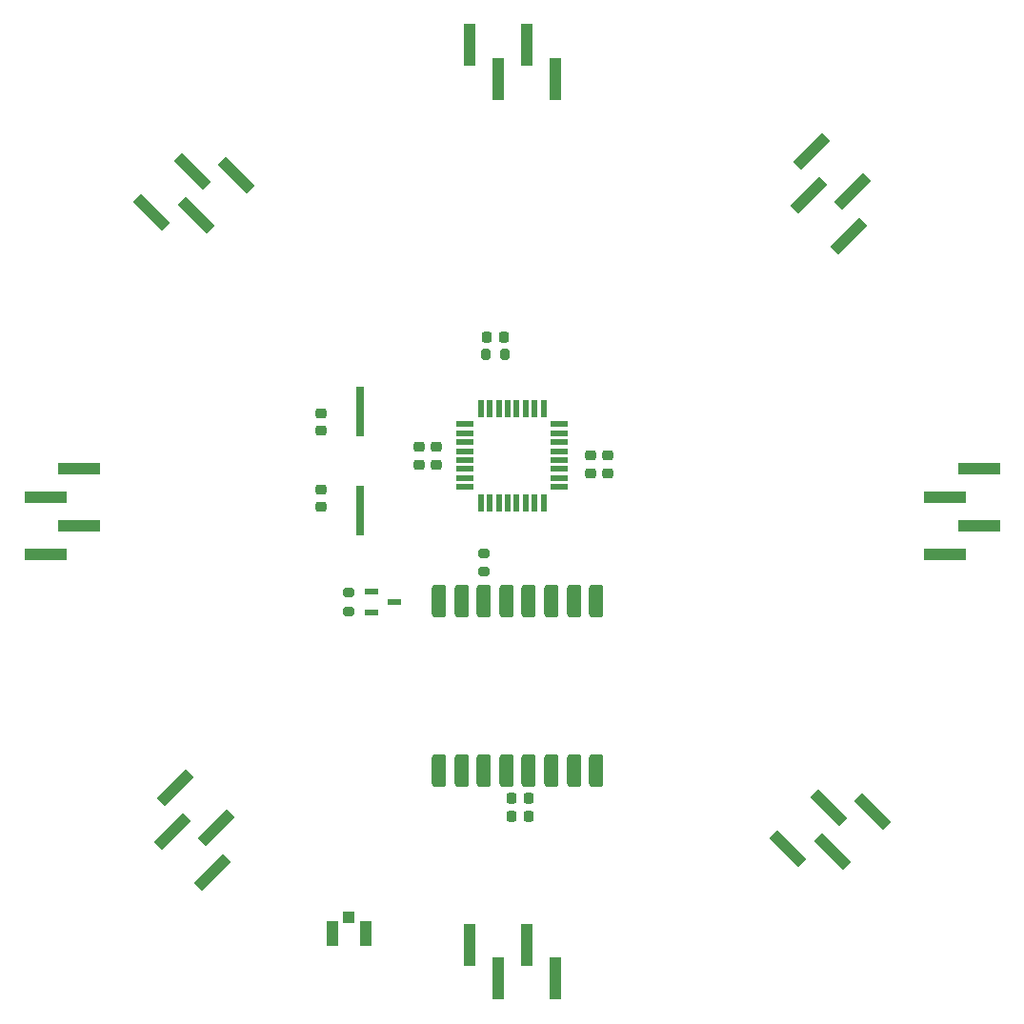
<source format=gtp>
G04 #@! TF.GenerationSoftware,KiCad,Pcbnew,8.0.4*
G04 #@! TF.CreationDate,2024-09-30T00:02:48+08:00*
G04 #@! TF.ProjectId,Transformer_Monitor_V1,5472616e-7366-46f7-926d-65725f4d6f6e,rev?*
G04 #@! TF.SameCoordinates,Original*
G04 #@! TF.FileFunction,Paste,Top*
G04 #@! TF.FilePolarity,Positive*
%FSLAX46Y46*%
G04 Gerber Fmt 4.6, Leading zero omitted, Abs format (unit mm)*
G04 Created by KiCad (PCBNEW 8.0.4) date 2024-09-30 00:02:48*
%MOMM*%
%LPD*%
G01*
G04 APERTURE LIST*
G04 Aperture macros list*
%AMRoundRect*
0 Rectangle with rounded corners*
0 $1 Rounding radius*
0 $2 $3 $4 $5 $6 $7 $8 $9 X,Y pos of 4 corners*
0 Add a 4 corners polygon primitive as box body*
4,1,4,$2,$3,$4,$5,$6,$7,$8,$9,$2,$3,0*
0 Add four circle primitives for the rounded corners*
1,1,$1+$1,$2,$3*
1,1,$1+$1,$4,$5*
1,1,$1+$1,$6,$7*
1,1,$1+$1,$8,$9*
0 Add four rect primitives between the rounded corners*
20,1,$1+$1,$2,$3,$4,$5,0*
20,1,$1+$1,$4,$5,$6,$7,0*
20,1,$1+$1,$6,$7,$8,$9,0*
20,1,$1+$1,$8,$9,$2,$3,0*%
%AMRotRect*
0 Rectangle, with rotation*
0 The origin of the aperture is its center*
0 $1 length*
0 $2 width*
0 $3 Rotation angle, in degrees counterclockwise*
0 Add horizontal line*
21,1,$1,$2,0,0,$3*%
G04 Aperture macros list end*
%ADD10RotRect,0.990600X3.708400X45.000000*%
%ADD11RotRect,0.990600X3.708400X315.000000*%
%ADD12RoundRect,0.200000X-0.275000X0.200000X-0.275000X-0.200000X0.275000X-0.200000X0.275000X0.200000X0*%
%ADD13RoundRect,0.225000X0.250000X-0.225000X0.250000X0.225000X-0.250000X0.225000X-0.250000X-0.225000X0*%
%ADD14RoundRect,0.225000X-0.225000X-0.250000X0.225000X-0.250000X0.225000X0.250000X-0.225000X0.250000X0*%
%ADD15RoundRect,0.225000X-0.250000X0.225000X-0.250000X-0.225000X0.250000X-0.225000X0.250000X0.225000X0*%
%ADD16RoundRect,0.225000X0.225000X0.250000X-0.225000X0.250000X-0.225000X-0.250000X0.225000X-0.250000X0*%
%ADD17R,0.990600X3.708400*%
%ADD18RoundRect,0.200000X-0.200000X-0.275000X0.200000X-0.275000X0.200000X0.275000X-0.200000X0.275000X0*%
%ADD19RoundRect,0.317500X-0.317500X1.157500X-0.317500X-1.157500X0.317500X-1.157500X0.317500X1.157500X0*%
%ADD20R,3.708400X0.990600*%
%ADD21R,1.500000X0.550000*%
%ADD22R,0.550000X1.500000*%
%ADD23R,1.050000X2.200000*%
%ADD24R,1.000000X1.050000*%
%ADD25RotRect,0.990600X3.708400X135.000000*%
%ADD26R,0.762000X4.394200*%
%ADD27RotRect,0.990600X3.708400X225.000000*%
%ADD28RoundRect,0.200000X0.275000X-0.200000X0.275000X0.200000X-0.275000X0.200000X-0.275000X-0.200000X0*%
%ADD29R,1.270000X0.558800*%
G04 APERTURE END LIST*
D10*
X174524274Y-129912427D03*
X178443624Y-130239675D03*
X178116376Y-126320325D03*
X182035726Y-126647573D03*
D11*
X120087573Y-124524274D03*
X119760325Y-128443624D03*
X123679675Y-128116376D03*
X123352427Y-132035726D03*
D12*
X135500000Y-107175000D03*
X135500000Y-108825000D03*
D13*
X158500000Y-96550000D03*
X158500000Y-95000000D03*
D14*
X149950000Y-127025000D03*
X151500000Y-127025000D03*
D15*
X133000000Y-98000000D03*
X133000000Y-99550000D03*
D16*
X149275000Y-84490000D03*
X147725000Y-84490000D03*
D17*
X146190000Y-138498601D03*
X148730000Y-141501399D03*
X151270000Y-138498601D03*
X153810000Y-141501399D03*
D15*
X143250000Y-94250000D03*
X143250000Y-95800000D03*
D18*
X147675000Y-86000000D03*
X149325000Y-86000000D03*
D19*
X157500000Y-107950000D03*
X155500000Y-107950000D03*
X153500000Y-107950000D03*
X151500000Y-107950000D03*
X149500000Y-107950000D03*
X147500000Y-107950000D03*
X145500000Y-107950000D03*
X143500000Y-107950000D03*
X143500000Y-123000000D03*
X145500000Y-123000000D03*
X147500000Y-123000000D03*
X149500000Y-123000000D03*
X151500000Y-123000000D03*
X153500000Y-123000000D03*
X155500000Y-123000000D03*
X157500000Y-123000000D03*
D13*
X133000000Y-92775000D03*
X133000000Y-91225000D03*
D15*
X141750000Y-94250000D03*
X141750000Y-95800000D03*
D14*
X149950000Y-125500000D03*
X151500000Y-125500000D03*
D20*
X111501399Y-96190000D03*
X108498601Y-98730000D03*
X111501399Y-101270000D03*
X108498601Y-103810000D03*
D21*
X145800000Y-92200000D03*
X145800000Y-93000000D03*
X145800000Y-93800000D03*
X145800000Y-94600000D03*
X145800000Y-95400000D03*
X145800000Y-96200000D03*
X145800000Y-97000000D03*
X145800000Y-97800000D03*
D22*
X147200000Y-99200000D03*
X148000000Y-99200000D03*
X148800000Y-99200000D03*
X149600000Y-99200000D03*
X150400000Y-99200000D03*
X151200000Y-99200000D03*
X152000000Y-99200000D03*
X152800000Y-99200000D03*
D21*
X154200000Y-97800000D03*
X154200000Y-97000000D03*
X154200000Y-96200000D03*
X154200000Y-95400000D03*
X154200000Y-94600000D03*
X154200000Y-93800000D03*
X154200000Y-93000000D03*
X154200000Y-92200000D03*
D22*
X152800000Y-90800000D03*
X152000000Y-90800000D03*
X151200000Y-90800000D03*
X150400000Y-90800000D03*
X149600000Y-90800000D03*
X148800000Y-90800000D03*
X148000000Y-90800000D03*
X147200000Y-90800000D03*
D23*
X136975000Y-137500000D03*
X134025000Y-137500000D03*
D24*
X135500000Y-136000000D03*
D25*
X179912427Y-75475726D03*
X180239675Y-71556376D03*
X176320325Y-71883624D03*
X176647573Y-67964274D03*
D26*
X136500000Y-91097100D03*
X136500000Y-99902900D03*
D27*
X125475726Y-70087573D03*
X121556376Y-69760325D03*
X121883624Y-73679675D03*
X117964274Y-73352427D03*
D28*
X147500000Y-105325000D03*
X147500000Y-103675000D03*
D20*
X188498601Y-103810000D03*
X191501399Y-101270000D03*
X188498601Y-98730000D03*
X191501399Y-96190000D03*
D13*
X157000000Y-96550000D03*
X157000000Y-95000000D03*
D17*
X153810000Y-61501399D03*
X151270000Y-58498601D03*
X148730000Y-61501399D03*
X146190000Y-58498601D03*
D29*
X137458600Y-107047500D03*
X137458600Y-108952500D03*
X139541400Y-108000000D03*
M02*

</source>
